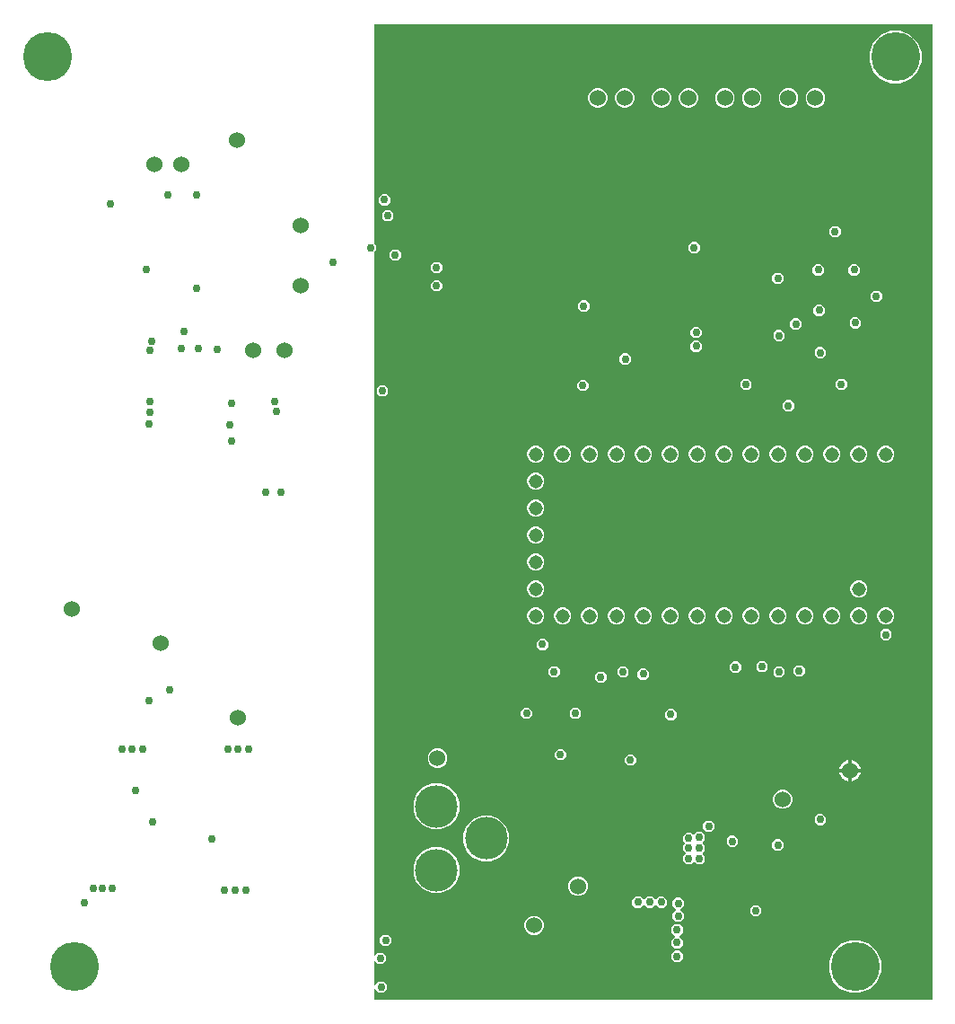
<source format=gbr>
G04 EAGLE Gerber RS-274X export*
G75*
%MOMM*%
%FSLAX34Y34*%
%LPD*%
%INEAGLE Copper Layer 15*%
%IPPOS*%
%AMOC8*
5,1,8,0,0,1.08239X$1,22.5*%
G01*
%ADD10C,4.013200*%
%ADD11C,1.524000*%
%ADD12C,1.308000*%
%ADD13C,4.616000*%
%ADD14C,0.756400*%

G36*
X885098Y10164D02*
X885098Y10164D01*
X885117Y10162D01*
X885219Y10184D01*
X885321Y10200D01*
X885338Y10210D01*
X885358Y10214D01*
X885447Y10267D01*
X885538Y10316D01*
X885552Y10330D01*
X885569Y10340D01*
X885636Y10419D01*
X885708Y10494D01*
X885716Y10512D01*
X885729Y10527D01*
X885768Y10623D01*
X885811Y10717D01*
X885813Y10737D01*
X885821Y10755D01*
X885839Y10922D01*
X885839Y929078D01*
X885836Y929098D01*
X885838Y929117D01*
X885816Y929219D01*
X885800Y929321D01*
X885790Y929338D01*
X885786Y929358D01*
X885733Y929447D01*
X885684Y929538D01*
X885670Y929552D01*
X885660Y929569D01*
X885581Y929636D01*
X885506Y929708D01*
X885488Y929716D01*
X885473Y929729D01*
X885377Y929768D01*
X885283Y929811D01*
X885263Y929813D01*
X885245Y929821D01*
X885078Y929839D01*
X360000Y929839D01*
X359980Y929836D01*
X359961Y929838D01*
X359859Y929816D01*
X359757Y929800D01*
X359740Y929790D01*
X359720Y929786D01*
X359631Y929733D01*
X359540Y929684D01*
X359526Y929670D01*
X359509Y929660D01*
X359442Y929581D01*
X359371Y929506D01*
X359362Y929488D01*
X359349Y929473D01*
X359310Y929377D01*
X359267Y929283D01*
X359265Y929263D01*
X359257Y929245D01*
X359239Y929078D01*
X359239Y723581D01*
X359254Y723491D01*
X359261Y723400D01*
X359273Y723371D01*
X359279Y723339D01*
X359321Y723258D01*
X359357Y723174D01*
X359383Y723142D01*
X359394Y723121D01*
X359417Y723099D01*
X359462Y723043D01*
X361307Y721198D01*
X361307Y716802D01*
X359462Y714957D01*
X359409Y714883D01*
X359349Y714813D01*
X359337Y714783D01*
X359318Y714757D01*
X359291Y714670D01*
X359257Y714585D01*
X359253Y714544D01*
X359246Y714522D01*
X359247Y714490D01*
X359239Y714419D01*
X359239Y52581D01*
X359250Y52511D01*
X359252Y52439D01*
X359270Y52390D01*
X359279Y52339D01*
X359312Y52275D01*
X359337Y52208D01*
X359369Y52167D01*
X359394Y52121D01*
X359446Y52072D01*
X359490Y52016D01*
X359534Y51988D01*
X359572Y51952D01*
X359637Y51922D01*
X359697Y51883D01*
X359748Y51870D01*
X359795Y51848D01*
X359866Y51840D01*
X359936Y51823D01*
X359988Y51827D01*
X360039Y51821D01*
X360110Y51836D01*
X360181Y51842D01*
X360229Y51862D01*
X360280Y51873D01*
X360341Y51910D01*
X360407Y51938D01*
X360463Y51983D01*
X360491Y52000D01*
X360506Y52017D01*
X360538Y52043D01*
X362802Y54307D01*
X367198Y54307D01*
X370307Y51198D01*
X370307Y46802D01*
X367198Y43693D01*
X362802Y43693D01*
X360538Y45957D01*
X360480Y45999D01*
X360428Y46048D01*
X360381Y46070D01*
X360339Y46100D01*
X360270Y46121D01*
X360205Y46152D01*
X360153Y46157D01*
X360103Y46173D01*
X360032Y46171D01*
X359961Y46179D01*
X359910Y46168D01*
X359858Y46166D01*
X359790Y46142D01*
X359720Y46127D01*
X359676Y46100D01*
X359627Y46082D01*
X359571Y46037D01*
X359509Y46000D01*
X359475Y45961D01*
X359435Y45928D01*
X359396Y45868D01*
X359349Y45813D01*
X359330Y45765D01*
X359302Y45721D01*
X359284Y45652D01*
X359257Y45585D01*
X359249Y45514D01*
X359241Y45483D01*
X359243Y45460D01*
X359239Y45419D01*
X359239Y24581D01*
X359250Y24511D01*
X359252Y24439D01*
X359270Y24390D01*
X359279Y24339D01*
X359312Y24275D01*
X359337Y24208D01*
X359369Y24167D01*
X359394Y24121D01*
X359446Y24072D01*
X359490Y24016D01*
X359534Y23988D01*
X359572Y23952D01*
X359637Y23922D01*
X359697Y23883D01*
X359748Y23870D01*
X359795Y23848D01*
X359866Y23840D01*
X359936Y23823D01*
X359988Y23827D01*
X360039Y23821D01*
X360110Y23836D01*
X360181Y23842D01*
X360229Y23862D01*
X360280Y23873D01*
X360341Y23910D01*
X360407Y23938D01*
X360463Y23983D01*
X360491Y24000D01*
X360506Y24017D01*
X360538Y24043D01*
X363802Y27307D01*
X368198Y27307D01*
X371307Y24198D01*
X371307Y19802D01*
X368198Y16693D01*
X363802Y16693D01*
X360538Y19957D01*
X360480Y19999D01*
X360428Y20048D01*
X360381Y20070D01*
X360339Y20100D01*
X360270Y20121D01*
X360205Y20152D01*
X360153Y20157D01*
X360103Y20173D01*
X360032Y20171D01*
X359961Y20179D01*
X359910Y20168D01*
X359858Y20166D01*
X359790Y20142D01*
X359720Y20127D01*
X359676Y20100D01*
X359627Y20082D01*
X359571Y20037D01*
X359509Y20000D01*
X359475Y19961D01*
X359435Y19928D01*
X359396Y19868D01*
X359349Y19813D01*
X359330Y19765D01*
X359302Y19721D01*
X359284Y19652D01*
X359257Y19585D01*
X359249Y19514D01*
X359241Y19483D01*
X359243Y19460D01*
X359239Y19419D01*
X359239Y10922D01*
X359242Y10902D01*
X359240Y10883D01*
X359262Y10781D01*
X359279Y10679D01*
X359288Y10662D01*
X359292Y10642D01*
X359345Y10553D01*
X359394Y10462D01*
X359408Y10448D01*
X359418Y10431D01*
X359497Y10364D01*
X359572Y10292D01*
X359590Y10284D01*
X359605Y10271D01*
X359701Y10232D01*
X359795Y10189D01*
X359815Y10187D01*
X359833Y10179D01*
X360000Y10161D01*
X885078Y10161D01*
X885098Y10164D01*
G37*
%LPC*%
G36*
X846006Y873995D02*
X846006Y873995D01*
X836963Y877741D01*
X830041Y884663D01*
X826295Y893706D01*
X826295Y903494D01*
X830041Y912537D01*
X836963Y919459D01*
X846006Y923205D01*
X855794Y923205D01*
X864837Y919459D01*
X871759Y912537D01*
X875505Y903494D01*
X875505Y893706D01*
X871759Y884663D01*
X864837Y877741D01*
X855794Y873995D01*
X846006Y873995D01*
G37*
%LPD*%
%LPC*%
G36*
X807906Y16695D02*
X807906Y16695D01*
X798863Y20441D01*
X791941Y27363D01*
X788195Y36406D01*
X788195Y46194D01*
X791941Y55237D01*
X798863Y62159D01*
X807906Y65905D01*
X817694Y65905D01*
X826737Y62159D01*
X833659Y55237D01*
X837405Y46194D01*
X837405Y36406D01*
X833659Y27363D01*
X826737Y20441D01*
X817694Y16695D01*
X807906Y16695D01*
G37*
%LPD*%
%LPC*%
G36*
X460505Y140609D02*
X460505Y140609D01*
X452570Y143896D01*
X446496Y149970D01*
X443209Y157905D01*
X443209Y166495D01*
X446496Y174430D01*
X452570Y180504D01*
X460505Y183791D01*
X469095Y183791D01*
X477030Y180504D01*
X483104Y174430D01*
X486391Y166495D01*
X486391Y157905D01*
X483104Y149970D01*
X477030Y143896D01*
X469095Y140609D01*
X460505Y140609D01*
G37*
%LPD*%
%LPC*%
G36*
X413505Y170609D02*
X413505Y170609D01*
X405570Y173896D01*
X399496Y179970D01*
X396209Y187905D01*
X396209Y196495D01*
X399496Y204430D01*
X405570Y210504D01*
X413505Y213791D01*
X422095Y213791D01*
X430030Y210504D01*
X436104Y204430D01*
X439391Y196495D01*
X439391Y187905D01*
X436104Y179970D01*
X430030Y173896D01*
X422095Y170609D01*
X413505Y170609D01*
G37*
%LPD*%
%LPC*%
G36*
X413505Y110609D02*
X413505Y110609D01*
X405570Y113896D01*
X399496Y119970D01*
X396209Y127905D01*
X396209Y136495D01*
X399496Y144430D01*
X405570Y150504D01*
X413505Y153791D01*
X422095Y153791D01*
X430030Y150504D01*
X436104Y144430D01*
X439391Y136495D01*
X439391Y127905D01*
X436104Y119970D01*
X430030Y113896D01*
X422095Y110609D01*
X413505Y110609D01*
G37*
%LPD*%
%LPC*%
G36*
X653802Y137693D02*
X653802Y137693D01*
X650693Y140802D01*
X650693Y145198D01*
X652957Y147462D01*
X652968Y147478D01*
X652984Y147490D01*
X653040Y147578D01*
X653100Y147661D01*
X653106Y147680D01*
X653117Y147697D01*
X653142Y147798D01*
X653173Y147897D01*
X653172Y147916D01*
X653177Y147936D01*
X653169Y148039D01*
X653166Y148142D01*
X653160Y148161D01*
X653158Y148181D01*
X653118Y148276D01*
X653082Y148373D01*
X653069Y148389D01*
X653062Y148407D01*
X652957Y148538D01*
X650693Y150802D01*
X650693Y155198D01*
X652457Y156962D01*
X652468Y156978D01*
X652484Y156990D01*
X652540Y157078D01*
X652600Y157161D01*
X652606Y157180D01*
X652617Y157197D01*
X652642Y157298D01*
X652673Y157397D01*
X652672Y157416D01*
X652677Y157436D01*
X652669Y157539D01*
X652666Y157642D01*
X652660Y157661D01*
X652658Y157681D01*
X652618Y157776D01*
X652582Y157873D01*
X652569Y157889D01*
X652562Y157907D01*
X652457Y158038D01*
X650693Y159802D01*
X650693Y164198D01*
X653802Y167307D01*
X658198Y167307D01*
X659962Y165543D01*
X659978Y165532D01*
X659990Y165516D01*
X660078Y165460D01*
X660161Y165400D01*
X660180Y165394D01*
X660197Y165383D01*
X660298Y165358D01*
X660397Y165327D01*
X660416Y165328D01*
X660436Y165323D01*
X660539Y165331D01*
X660642Y165334D01*
X660661Y165340D01*
X660681Y165342D01*
X660776Y165382D01*
X660873Y165418D01*
X660889Y165431D01*
X660907Y165438D01*
X661038Y165543D01*
X663802Y168307D01*
X668198Y168307D01*
X671307Y165198D01*
X671307Y160802D01*
X669043Y158538D01*
X669032Y158522D01*
X669016Y158510D01*
X668960Y158422D01*
X668900Y158339D01*
X668894Y158320D01*
X668883Y158303D01*
X668858Y158202D01*
X668827Y158103D01*
X668828Y158084D01*
X668823Y158064D01*
X668831Y157961D01*
X668834Y157858D01*
X668840Y157839D01*
X668842Y157819D01*
X668882Y157724D01*
X668918Y157627D01*
X668931Y157611D01*
X668938Y157593D01*
X669043Y157462D01*
X671307Y155198D01*
X671307Y150802D01*
X669043Y148538D01*
X669032Y148522D01*
X669016Y148510D01*
X668960Y148422D01*
X668900Y148339D01*
X668894Y148320D01*
X668883Y148303D01*
X668858Y148202D01*
X668827Y148103D01*
X668828Y148084D01*
X668823Y148064D01*
X668831Y147961D01*
X668834Y147858D01*
X668840Y147839D01*
X668842Y147819D01*
X668882Y147724D01*
X668918Y147627D01*
X668931Y147611D01*
X668938Y147593D01*
X669043Y147462D01*
X671307Y145198D01*
X671307Y140802D01*
X668198Y137693D01*
X663802Y137693D01*
X661538Y139957D01*
X661522Y139968D01*
X661510Y139984D01*
X661422Y140040D01*
X661339Y140100D01*
X661320Y140106D01*
X661303Y140117D01*
X661202Y140142D01*
X661103Y140173D01*
X661084Y140172D01*
X661064Y140177D01*
X660961Y140169D01*
X660858Y140166D01*
X660839Y140160D01*
X660819Y140158D01*
X660724Y140118D01*
X660627Y140082D01*
X660611Y140069D01*
X660593Y140062D01*
X660462Y139957D01*
X658198Y137693D01*
X653802Y137693D01*
G37*
%LPD*%
%LPC*%
G36*
X605802Y96693D02*
X605802Y96693D01*
X602693Y99802D01*
X602693Y104198D01*
X605802Y107307D01*
X610198Y107307D01*
X612962Y104543D01*
X612978Y104532D01*
X612990Y104516D01*
X613078Y104460D01*
X613161Y104400D01*
X613180Y104394D01*
X613197Y104383D01*
X613298Y104358D01*
X613397Y104327D01*
X613416Y104328D01*
X613436Y104323D01*
X613539Y104331D01*
X613642Y104334D01*
X613661Y104340D01*
X613681Y104342D01*
X613776Y104382D01*
X613873Y104418D01*
X613889Y104431D01*
X613907Y104438D01*
X614038Y104543D01*
X616802Y107307D01*
X621198Y107307D01*
X623962Y104543D01*
X623978Y104532D01*
X623990Y104516D01*
X624078Y104460D01*
X624161Y104400D01*
X624180Y104394D01*
X624197Y104383D01*
X624298Y104358D01*
X624397Y104327D01*
X624416Y104328D01*
X624436Y104323D01*
X624539Y104331D01*
X624642Y104334D01*
X624661Y104340D01*
X624681Y104342D01*
X624776Y104382D01*
X624873Y104418D01*
X624889Y104431D01*
X624907Y104438D01*
X625038Y104543D01*
X627802Y107307D01*
X632198Y107307D01*
X635307Y104198D01*
X635307Y99802D01*
X632198Y96693D01*
X627802Y96693D01*
X625038Y99457D01*
X625022Y99468D01*
X625010Y99484D01*
X624922Y99540D01*
X624839Y99600D01*
X624820Y99606D01*
X624803Y99617D01*
X624702Y99642D01*
X624603Y99673D01*
X624584Y99672D01*
X624564Y99677D01*
X624461Y99669D01*
X624358Y99666D01*
X624339Y99660D01*
X624319Y99658D01*
X624224Y99618D01*
X624127Y99582D01*
X624111Y99569D01*
X624093Y99562D01*
X623962Y99457D01*
X621198Y96693D01*
X616802Y96693D01*
X614038Y99457D01*
X614022Y99468D01*
X614010Y99484D01*
X613922Y99540D01*
X613839Y99600D01*
X613820Y99606D01*
X613803Y99617D01*
X613702Y99642D01*
X613603Y99673D01*
X613584Y99672D01*
X613564Y99677D01*
X613461Y99669D01*
X613358Y99666D01*
X613339Y99660D01*
X613319Y99658D01*
X613224Y99618D01*
X613127Y99582D01*
X613111Y99569D01*
X613093Y99562D01*
X612962Y99457D01*
X610198Y96693D01*
X605802Y96693D01*
G37*
%LPD*%
%LPC*%
G36*
X628181Y850855D02*
X628181Y850855D01*
X624820Y852247D01*
X622247Y854820D01*
X620855Y858181D01*
X620855Y861819D01*
X622247Y865180D01*
X624820Y867753D01*
X628181Y869145D01*
X631819Y869145D01*
X635180Y867753D01*
X637753Y865180D01*
X639145Y861819D01*
X639145Y858181D01*
X637753Y854820D01*
X635180Y852247D01*
X631819Y850855D01*
X628181Y850855D01*
G37*
%LPD*%
%LPC*%
G36*
X568181Y850855D02*
X568181Y850855D01*
X564820Y852247D01*
X562247Y854820D01*
X560855Y858181D01*
X560855Y861819D01*
X562247Y865180D01*
X564820Y867753D01*
X568181Y869145D01*
X571819Y869145D01*
X575180Y867753D01*
X577753Y865180D01*
X579145Y861819D01*
X579145Y858181D01*
X577753Y854820D01*
X575180Y852247D01*
X571819Y850855D01*
X568181Y850855D01*
G37*
%LPD*%
%LPC*%
G36*
X417181Y228855D02*
X417181Y228855D01*
X413820Y230247D01*
X411247Y232820D01*
X409855Y236181D01*
X409855Y239819D01*
X411247Y243180D01*
X413820Y245753D01*
X417181Y247145D01*
X420819Y247145D01*
X424180Y245753D01*
X426753Y243180D01*
X428145Y239819D01*
X428145Y236181D01*
X426753Y232820D01*
X424180Y230247D01*
X420819Y228855D01*
X417181Y228855D01*
G37*
%LPD*%
%LPC*%
G36*
X773581Y850855D02*
X773581Y850855D01*
X770220Y852247D01*
X767647Y854820D01*
X766255Y858181D01*
X766255Y861819D01*
X767647Y865180D01*
X770220Y867753D01*
X773581Y869145D01*
X777219Y869145D01*
X780580Y867753D01*
X783153Y865180D01*
X784545Y861819D01*
X784545Y858181D01*
X783153Y854820D01*
X780580Y852247D01*
X777219Y850855D01*
X773581Y850855D01*
G37*
%LPD*%
%LPC*%
G36*
X742981Y189955D02*
X742981Y189955D01*
X739620Y191347D01*
X737047Y193920D01*
X735655Y197281D01*
X735655Y200919D01*
X737047Y204280D01*
X739620Y206853D01*
X742981Y208245D01*
X746619Y208245D01*
X749980Y206853D01*
X752553Y204280D01*
X753945Y200919D01*
X753945Y197281D01*
X752553Y193920D01*
X749980Y191347D01*
X746619Y189955D01*
X742981Y189955D01*
G37*
%LPD*%
%LPC*%
G36*
X713581Y850855D02*
X713581Y850855D01*
X710220Y852247D01*
X707647Y854820D01*
X706255Y858181D01*
X706255Y861819D01*
X707647Y865180D01*
X710220Y867753D01*
X713581Y869145D01*
X717219Y869145D01*
X720580Y867753D01*
X723153Y865180D01*
X724545Y861819D01*
X724545Y858181D01*
X723153Y854820D01*
X720580Y852247D01*
X717219Y850855D01*
X713581Y850855D01*
G37*
%LPD*%
%LPC*%
G36*
X508181Y70855D02*
X508181Y70855D01*
X504820Y72247D01*
X502247Y74820D01*
X500855Y78181D01*
X500855Y81819D01*
X502247Y85180D01*
X504820Y87753D01*
X508181Y89145D01*
X511819Y89145D01*
X515180Y87753D01*
X517753Y85180D01*
X519145Y81819D01*
X519145Y78181D01*
X517753Y74820D01*
X515180Y72247D01*
X511819Y70855D01*
X508181Y70855D01*
G37*
%LPD*%
%LPC*%
G36*
X549881Y107955D02*
X549881Y107955D01*
X546520Y109347D01*
X543947Y111920D01*
X542555Y115281D01*
X542555Y118919D01*
X543947Y122280D01*
X546520Y124853D01*
X549881Y126245D01*
X553519Y126245D01*
X556880Y124853D01*
X559453Y122280D01*
X560845Y118919D01*
X560845Y115281D01*
X559453Y111920D01*
X556880Y109347D01*
X553519Y107955D01*
X549881Y107955D01*
G37*
%LPD*%
%LPC*%
G36*
X688181Y850855D02*
X688181Y850855D01*
X684820Y852247D01*
X682247Y854820D01*
X680855Y858181D01*
X680855Y861819D01*
X682247Y865180D01*
X684820Y867753D01*
X688181Y869145D01*
X691819Y869145D01*
X695180Y867753D01*
X697753Y865180D01*
X699145Y861819D01*
X699145Y858181D01*
X697753Y854820D01*
X695180Y852247D01*
X691819Y850855D01*
X688181Y850855D01*
G37*
%LPD*%
%LPC*%
G36*
X748181Y850855D02*
X748181Y850855D01*
X744820Y852247D01*
X742247Y854820D01*
X740855Y858181D01*
X740855Y861819D01*
X742247Y865180D01*
X744820Y867753D01*
X748181Y869145D01*
X751819Y869145D01*
X755180Y867753D01*
X757753Y865180D01*
X759145Y861819D01*
X759145Y858181D01*
X757753Y854820D01*
X755180Y852247D01*
X751819Y850855D01*
X748181Y850855D01*
G37*
%LPD*%
%LPC*%
G36*
X593581Y850855D02*
X593581Y850855D01*
X590220Y852247D01*
X587647Y854820D01*
X586255Y858181D01*
X586255Y861819D01*
X587647Y865180D01*
X590220Y867753D01*
X593581Y869145D01*
X597219Y869145D01*
X600580Y867753D01*
X603153Y865180D01*
X604545Y861819D01*
X604545Y858181D01*
X603153Y854820D01*
X600580Y852247D01*
X597219Y850855D01*
X593581Y850855D01*
G37*
%LPD*%
%LPC*%
G36*
X653581Y850855D02*
X653581Y850855D01*
X650220Y852247D01*
X647647Y854820D01*
X646255Y858181D01*
X646255Y861819D01*
X647647Y865180D01*
X650220Y867753D01*
X653581Y869145D01*
X657219Y869145D01*
X660580Y867753D01*
X663153Y865180D01*
X664545Y861819D01*
X664545Y858181D01*
X663153Y854820D01*
X660580Y852247D01*
X657219Y850855D01*
X653581Y850855D01*
G37*
%LPD*%
%LPC*%
G36*
X839996Y363835D02*
X839996Y363835D01*
X837032Y365063D01*
X834763Y367332D01*
X833535Y370296D01*
X833535Y373504D01*
X834763Y376468D01*
X837032Y378737D01*
X839996Y379965D01*
X843204Y379965D01*
X846168Y378737D01*
X848437Y376468D01*
X849665Y373504D01*
X849665Y370296D01*
X848437Y367332D01*
X846168Y365063D01*
X843204Y363835D01*
X839996Y363835D01*
G37*
%LPD*%
%LPC*%
G36*
X509796Y363835D02*
X509796Y363835D01*
X506832Y365063D01*
X504563Y367332D01*
X503335Y370296D01*
X503335Y373504D01*
X504563Y376468D01*
X506832Y378737D01*
X509796Y379965D01*
X513004Y379965D01*
X515968Y378737D01*
X518237Y376468D01*
X519465Y373504D01*
X519465Y370296D01*
X518237Y367332D01*
X515968Y365063D01*
X513004Y363835D01*
X509796Y363835D01*
G37*
%LPD*%
%LPC*%
G36*
X814596Y389235D02*
X814596Y389235D01*
X811632Y390463D01*
X809363Y392732D01*
X808135Y395696D01*
X808135Y398904D01*
X809363Y401868D01*
X811632Y404137D01*
X814596Y405365D01*
X817804Y405365D01*
X820768Y404137D01*
X823037Y401868D01*
X824265Y398904D01*
X824265Y395696D01*
X823037Y392732D01*
X820768Y390463D01*
X817804Y389235D01*
X814596Y389235D01*
G37*
%LPD*%
%LPC*%
G36*
X509796Y414635D02*
X509796Y414635D01*
X506832Y415863D01*
X504563Y418132D01*
X503335Y421096D01*
X503335Y424304D01*
X504563Y427268D01*
X506832Y429537D01*
X509796Y430765D01*
X513004Y430765D01*
X515968Y429537D01*
X518237Y427268D01*
X519465Y424304D01*
X519465Y421096D01*
X518237Y418132D01*
X515968Y415863D01*
X513004Y414635D01*
X509796Y414635D01*
G37*
%LPD*%
%LPC*%
G36*
X509796Y440035D02*
X509796Y440035D01*
X506832Y441263D01*
X504563Y443532D01*
X503335Y446496D01*
X503335Y449704D01*
X504563Y452668D01*
X506832Y454937D01*
X509796Y456165D01*
X513004Y456165D01*
X515968Y454937D01*
X518237Y452668D01*
X519465Y449704D01*
X519465Y446496D01*
X518237Y443532D01*
X515968Y441263D01*
X513004Y440035D01*
X509796Y440035D01*
G37*
%LPD*%
%LPC*%
G36*
X509796Y465435D02*
X509796Y465435D01*
X506832Y466663D01*
X504563Y468932D01*
X503335Y471896D01*
X503335Y475104D01*
X504563Y478068D01*
X506832Y480337D01*
X509796Y481565D01*
X513004Y481565D01*
X515968Y480337D01*
X518237Y478068D01*
X519465Y475104D01*
X519465Y471896D01*
X518237Y468932D01*
X515968Y466663D01*
X513004Y465435D01*
X509796Y465435D01*
G37*
%LPD*%
%LPC*%
G36*
X509796Y490835D02*
X509796Y490835D01*
X506832Y492063D01*
X504563Y494332D01*
X503335Y497296D01*
X503335Y500504D01*
X504563Y503468D01*
X506832Y505737D01*
X509796Y506965D01*
X513004Y506965D01*
X515968Y505737D01*
X518237Y503468D01*
X519465Y500504D01*
X519465Y497296D01*
X518237Y494332D01*
X515968Y492063D01*
X513004Y490835D01*
X509796Y490835D01*
G37*
%LPD*%
%LPC*%
G36*
X509796Y516235D02*
X509796Y516235D01*
X506832Y517463D01*
X504563Y519732D01*
X503335Y522696D01*
X503335Y525904D01*
X504563Y528868D01*
X506832Y531137D01*
X509796Y532365D01*
X513004Y532365D01*
X515968Y531137D01*
X518237Y528868D01*
X519465Y525904D01*
X519465Y522696D01*
X518237Y519732D01*
X515968Y517463D01*
X513004Y516235D01*
X509796Y516235D01*
G37*
%LPD*%
%LPC*%
G36*
X535196Y516235D02*
X535196Y516235D01*
X532232Y517463D01*
X529963Y519732D01*
X528735Y522696D01*
X528735Y525904D01*
X529963Y528868D01*
X532232Y531137D01*
X535196Y532365D01*
X538404Y532365D01*
X541368Y531137D01*
X543637Y528868D01*
X544865Y525904D01*
X544865Y522696D01*
X543637Y519732D01*
X541368Y517463D01*
X538404Y516235D01*
X535196Y516235D01*
G37*
%LPD*%
%LPC*%
G36*
X560596Y516235D02*
X560596Y516235D01*
X557632Y517463D01*
X555363Y519732D01*
X554135Y522696D01*
X554135Y525904D01*
X555363Y528868D01*
X557632Y531137D01*
X560596Y532365D01*
X563804Y532365D01*
X566768Y531137D01*
X569037Y528868D01*
X570265Y525904D01*
X570265Y522696D01*
X569037Y519732D01*
X566768Y517463D01*
X563804Y516235D01*
X560596Y516235D01*
G37*
%LPD*%
%LPC*%
G36*
X509796Y389235D02*
X509796Y389235D01*
X506832Y390463D01*
X504563Y392732D01*
X503335Y395696D01*
X503335Y398904D01*
X504563Y401868D01*
X506832Y404137D01*
X509796Y405365D01*
X513004Y405365D01*
X515968Y404137D01*
X518237Y401868D01*
X519465Y398904D01*
X519465Y395696D01*
X518237Y392732D01*
X515968Y390463D01*
X513004Y389235D01*
X509796Y389235D01*
G37*
%LPD*%
%LPC*%
G36*
X585996Y516235D02*
X585996Y516235D01*
X583032Y517463D01*
X580763Y519732D01*
X579535Y522696D01*
X579535Y525904D01*
X580763Y528868D01*
X583032Y531137D01*
X585996Y532365D01*
X589204Y532365D01*
X592168Y531137D01*
X594437Y528868D01*
X595665Y525904D01*
X595665Y522696D01*
X594437Y519732D01*
X592168Y517463D01*
X589204Y516235D01*
X585996Y516235D01*
G37*
%LPD*%
%LPC*%
G36*
X535196Y363835D02*
X535196Y363835D01*
X532232Y365063D01*
X529963Y367332D01*
X528735Y370296D01*
X528735Y373504D01*
X529963Y376468D01*
X532232Y378737D01*
X535196Y379965D01*
X538404Y379965D01*
X541368Y378737D01*
X543637Y376468D01*
X544865Y373504D01*
X544865Y370296D01*
X543637Y367332D01*
X541368Y365063D01*
X538404Y363835D01*
X535196Y363835D01*
G37*
%LPD*%
%LPC*%
G36*
X763796Y363835D02*
X763796Y363835D01*
X760832Y365063D01*
X758563Y367332D01*
X757335Y370296D01*
X757335Y373504D01*
X758563Y376468D01*
X760832Y378737D01*
X763796Y379965D01*
X767004Y379965D01*
X769968Y378737D01*
X772237Y376468D01*
X773465Y373504D01*
X773465Y370296D01*
X772237Y367332D01*
X769968Y365063D01*
X767004Y363835D01*
X763796Y363835D01*
G37*
%LPD*%
%LPC*%
G36*
X712996Y363835D02*
X712996Y363835D01*
X710032Y365063D01*
X707763Y367332D01*
X706535Y370296D01*
X706535Y373504D01*
X707763Y376468D01*
X710032Y378737D01*
X712996Y379965D01*
X716204Y379965D01*
X719168Y378737D01*
X721437Y376468D01*
X722665Y373504D01*
X722665Y370296D01*
X721437Y367332D01*
X719168Y365063D01*
X716204Y363835D01*
X712996Y363835D01*
G37*
%LPD*%
%LPC*%
G36*
X789196Y363835D02*
X789196Y363835D01*
X786232Y365063D01*
X783963Y367332D01*
X782735Y370296D01*
X782735Y373504D01*
X783963Y376468D01*
X786232Y378737D01*
X789196Y379965D01*
X792404Y379965D01*
X795368Y378737D01*
X797637Y376468D01*
X798865Y373504D01*
X798865Y370296D01*
X797637Y367332D01*
X795368Y365063D01*
X792404Y363835D01*
X789196Y363835D01*
G37*
%LPD*%
%LPC*%
G36*
X814596Y363835D02*
X814596Y363835D01*
X811632Y365063D01*
X809363Y367332D01*
X808135Y370296D01*
X808135Y373504D01*
X809363Y376468D01*
X811632Y378737D01*
X814596Y379965D01*
X817804Y379965D01*
X820768Y378737D01*
X823037Y376468D01*
X824265Y373504D01*
X824265Y370296D01*
X823037Y367332D01*
X820768Y365063D01*
X817804Y363835D01*
X814596Y363835D01*
G37*
%LPD*%
%LPC*%
G36*
X662196Y363835D02*
X662196Y363835D01*
X659232Y365063D01*
X656963Y367332D01*
X655735Y370296D01*
X655735Y373504D01*
X656963Y376468D01*
X659232Y378737D01*
X662196Y379965D01*
X665404Y379965D01*
X668368Y378737D01*
X670637Y376468D01*
X671865Y373504D01*
X671865Y370296D01*
X670637Y367332D01*
X668368Y365063D01*
X665404Y363835D01*
X662196Y363835D01*
G37*
%LPD*%
%LPC*%
G36*
X636796Y363835D02*
X636796Y363835D01*
X633832Y365063D01*
X631563Y367332D01*
X630335Y370296D01*
X630335Y373504D01*
X631563Y376468D01*
X633832Y378737D01*
X636796Y379965D01*
X640004Y379965D01*
X642968Y378737D01*
X645237Y376468D01*
X646465Y373504D01*
X646465Y370296D01*
X645237Y367332D01*
X642968Y365063D01*
X640004Y363835D01*
X636796Y363835D01*
G37*
%LPD*%
%LPC*%
G36*
X611396Y363835D02*
X611396Y363835D01*
X608432Y365063D01*
X606163Y367332D01*
X604935Y370296D01*
X604935Y373504D01*
X606163Y376468D01*
X608432Y378737D01*
X611396Y379965D01*
X614604Y379965D01*
X617568Y378737D01*
X619837Y376468D01*
X621065Y373504D01*
X621065Y370296D01*
X619837Y367332D01*
X617568Y365063D01*
X614604Y363835D01*
X611396Y363835D01*
G37*
%LPD*%
%LPC*%
G36*
X585996Y363835D02*
X585996Y363835D01*
X583032Y365063D01*
X580763Y367332D01*
X579535Y370296D01*
X579535Y373504D01*
X580763Y376468D01*
X583032Y378737D01*
X585996Y379965D01*
X589204Y379965D01*
X592168Y378737D01*
X594437Y376468D01*
X595665Y373504D01*
X595665Y370296D01*
X594437Y367332D01*
X592168Y365063D01*
X589204Y363835D01*
X585996Y363835D01*
G37*
%LPD*%
%LPC*%
G36*
X560596Y363835D02*
X560596Y363835D01*
X557632Y365063D01*
X555363Y367332D01*
X554135Y370296D01*
X554135Y373504D01*
X555363Y376468D01*
X557632Y378737D01*
X560596Y379965D01*
X563804Y379965D01*
X566768Y378737D01*
X569037Y376468D01*
X570265Y373504D01*
X570265Y370296D01*
X569037Y367332D01*
X566768Y365063D01*
X563804Y363835D01*
X560596Y363835D01*
G37*
%LPD*%
%LPC*%
G36*
X738396Y363835D02*
X738396Y363835D01*
X735432Y365063D01*
X733163Y367332D01*
X731935Y370296D01*
X731935Y373504D01*
X733163Y376468D01*
X735432Y378737D01*
X738396Y379965D01*
X741604Y379965D01*
X744568Y378737D01*
X746837Y376468D01*
X748065Y373504D01*
X748065Y370296D01*
X746837Y367332D01*
X744568Y365063D01*
X741604Y363835D01*
X738396Y363835D01*
G37*
%LPD*%
%LPC*%
G36*
X687596Y363835D02*
X687596Y363835D01*
X684632Y365063D01*
X682363Y367332D01*
X681135Y370296D01*
X681135Y373504D01*
X682363Y376468D01*
X684632Y378737D01*
X687596Y379965D01*
X690804Y379965D01*
X693768Y378737D01*
X696037Y376468D01*
X697265Y373504D01*
X697265Y370296D01*
X696037Y367332D01*
X693768Y365063D01*
X690804Y363835D01*
X687596Y363835D01*
G37*
%LPD*%
%LPC*%
G36*
X636796Y516235D02*
X636796Y516235D01*
X633832Y517463D01*
X631563Y519732D01*
X630335Y522696D01*
X630335Y525904D01*
X631563Y528868D01*
X633832Y531137D01*
X636796Y532365D01*
X640004Y532365D01*
X642968Y531137D01*
X645237Y528868D01*
X646465Y525904D01*
X646465Y522696D01*
X645237Y519732D01*
X642968Y517463D01*
X640004Y516235D01*
X636796Y516235D01*
G37*
%LPD*%
%LPC*%
G36*
X611396Y516235D02*
X611396Y516235D01*
X608432Y517463D01*
X606163Y519732D01*
X604935Y522696D01*
X604935Y525904D01*
X606163Y528868D01*
X608432Y531137D01*
X611396Y532365D01*
X614604Y532365D01*
X617568Y531137D01*
X619837Y528868D01*
X621065Y525904D01*
X621065Y522696D01*
X619837Y519732D01*
X617568Y517463D01*
X614604Y516235D01*
X611396Y516235D01*
G37*
%LPD*%
%LPC*%
G36*
X839996Y516235D02*
X839996Y516235D01*
X837032Y517463D01*
X834763Y519732D01*
X833535Y522696D01*
X833535Y525904D01*
X834763Y528868D01*
X837032Y531137D01*
X839996Y532365D01*
X843204Y532365D01*
X846168Y531137D01*
X848437Y528868D01*
X849665Y525904D01*
X849665Y522696D01*
X848437Y519732D01*
X846168Y517463D01*
X843204Y516235D01*
X839996Y516235D01*
G37*
%LPD*%
%LPC*%
G36*
X814596Y516235D02*
X814596Y516235D01*
X811632Y517463D01*
X809363Y519732D01*
X808135Y522696D01*
X808135Y525904D01*
X809363Y528868D01*
X811632Y531137D01*
X814596Y532365D01*
X817804Y532365D01*
X820768Y531137D01*
X823037Y528868D01*
X824265Y525904D01*
X824265Y522696D01*
X823037Y519732D01*
X820768Y517463D01*
X817804Y516235D01*
X814596Y516235D01*
G37*
%LPD*%
%LPC*%
G36*
X789196Y516235D02*
X789196Y516235D01*
X786232Y517463D01*
X783963Y519732D01*
X782735Y522696D01*
X782735Y525904D01*
X783963Y528868D01*
X786232Y531137D01*
X789196Y532365D01*
X792404Y532365D01*
X795368Y531137D01*
X797637Y528868D01*
X798865Y525904D01*
X798865Y522696D01*
X797637Y519732D01*
X795368Y517463D01*
X792404Y516235D01*
X789196Y516235D01*
G37*
%LPD*%
%LPC*%
G36*
X763796Y516235D02*
X763796Y516235D01*
X760832Y517463D01*
X758563Y519732D01*
X757335Y522696D01*
X757335Y525904D01*
X758563Y528868D01*
X760832Y531137D01*
X763796Y532365D01*
X767004Y532365D01*
X769968Y531137D01*
X772237Y528868D01*
X773465Y525904D01*
X773465Y522696D01*
X772237Y519732D01*
X769968Y517463D01*
X767004Y516235D01*
X763796Y516235D01*
G37*
%LPD*%
%LPC*%
G36*
X738396Y516235D02*
X738396Y516235D01*
X735432Y517463D01*
X733163Y519732D01*
X731935Y522696D01*
X731935Y525904D01*
X733163Y528868D01*
X735432Y531137D01*
X738396Y532365D01*
X741604Y532365D01*
X744568Y531137D01*
X746837Y528868D01*
X748065Y525904D01*
X748065Y522696D01*
X746837Y519732D01*
X744568Y517463D01*
X741604Y516235D01*
X738396Y516235D01*
G37*
%LPD*%
%LPC*%
G36*
X712996Y516235D02*
X712996Y516235D01*
X710032Y517463D01*
X707763Y519732D01*
X706535Y522696D01*
X706535Y525904D01*
X707763Y528868D01*
X710032Y531137D01*
X712996Y532365D01*
X716204Y532365D01*
X719168Y531137D01*
X721437Y528868D01*
X722665Y525904D01*
X722665Y522696D01*
X721437Y519732D01*
X719168Y517463D01*
X716204Y516235D01*
X712996Y516235D01*
G37*
%LPD*%
%LPC*%
G36*
X687596Y516235D02*
X687596Y516235D01*
X684632Y517463D01*
X682363Y519732D01*
X681135Y522696D01*
X681135Y525904D01*
X682363Y528868D01*
X684632Y531137D01*
X687596Y532365D01*
X690804Y532365D01*
X693768Y531137D01*
X696037Y528868D01*
X697265Y525904D01*
X697265Y522696D01*
X696037Y519732D01*
X693768Y517463D01*
X690804Y516235D01*
X687596Y516235D01*
G37*
%LPD*%
%LPC*%
G36*
X662196Y516235D02*
X662196Y516235D01*
X659232Y517463D01*
X656963Y519732D01*
X655735Y522696D01*
X655735Y525904D01*
X656963Y528868D01*
X659232Y531137D01*
X662196Y532365D01*
X665404Y532365D01*
X668368Y531137D01*
X670637Y528868D01*
X671865Y525904D01*
X671865Y522696D01*
X670637Y519732D01*
X668368Y517463D01*
X665404Y516235D01*
X662196Y516235D01*
G37*
%LPD*%
%LPC*%
G36*
X643802Y83693D02*
X643802Y83693D01*
X640693Y86802D01*
X640693Y91198D01*
X643957Y94462D01*
X643968Y94478D01*
X643984Y94490D01*
X644040Y94578D01*
X644100Y94661D01*
X644106Y94680D01*
X644117Y94697D01*
X644142Y94798D01*
X644173Y94897D01*
X644172Y94916D01*
X644177Y94936D01*
X644169Y95039D01*
X644166Y95142D01*
X644160Y95161D01*
X644158Y95181D01*
X644118Y95276D01*
X644082Y95373D01*
X644069Y95389D01*
X644062Y95407D01*
X643957Y95538D01*
X640693Y98802D01*
X640693Y103198D01*
X643802Y106307D01*
X648198Y106307D01*
X651307Y103198D01*
X651307Y98802D01*
X648043Y95538D01*
X648032Y95522D01*
X648016Y95510D01*
X647960Y95422D01*
X647900Y95339D01*
X647894Y95320D01*
X647883Y95303D01*
X647858Y95202D01*
X647827Y95103D01*
X647828Y95084D01*
X647823Y95064D01*
X647831Y94961D01*
X647834Y94858D01*
X647840Y94839D01*
X647842Y94819D01*
X647882Y94724D01*
X647918Y94627D01*
X647931Y94611D01*
X647938Y94593D01*
X648043Y94462D01*
X651307Y91198D01*
X651307Y86802D01*
X648198Y83693D01*
X643802Y83693D01*
G37*
%LPD*%
%LPC*%
G36*
X642802Y58693D02*
X642802Y58693D01*
X639693Y61802D01*
X639693Y66198D01*
X642957Y69462D01*
X642968Y69478D01*
X642984Y69490D01*
X643040Y69578D01*
X643100Y69661D01*
X643106Y69680D01*
X643117Y69697D01*
X643142Y69798D01*
X643173Y69897D01*
X643172Y69916D01*
X643177Y69936D01*
X643169Y70039D01*
X643166Y70142D01*
X643160Y70161D01*
X643158Y70181D01*
X643118Y70276D01*
X643082Y70373D01*
X643069Y70389D01*
X643062Y70407D01*
X642957Y70538D01*
X639693Y73802D01*
X639693Y78198D01*
X642802Y81307D01*
X647198Y81307D01*
X650307Y78198D01*
X650307Y73802D01*
X647043Y70538D01*
X647032Y70522D01*
X647016Y70510D01*
X646960Y70422D01*
X646900Y70339D01*
X646894Y70320D01*
X646883Y70303D01*
X646858Y70202D01*
X646827Y70103D01*
X646828Y70084D01*
X646823Y70064D01*
X646831Y69961D01*
X646834Y69858D01*
X646840Y69839D01*
X646842Y69819D01*
X646882Y69724D01*
X646918Y69627D01*
X646931Y69611D01*
X646938Y69593D01*
X647043Y69462D01*
X650307Y66198D01*
X650307Y61802D01*
X647198Y58693D01*
X642802Y58693D01*
G37*
%LPD*%
%LPC*%
G36*
X809802Y692693D02*
X809802Y692693D01*
X806693Y695802D01*
X806693Y700198D01*
X809802Y703307D01*
X814198Y703307D01*
X817307Y700198D01*
X817307Y695802D01*
X814198Y692693D01*
X809802Y692693D01*
G37*
%LPD*%
%LPC*%
G36*
X546802Y274693D02*
X546802Y274693D01*
X543693Y277802D01*
X543693Y282198D01*
X546802Y285307D01*
X551198Y285307D01*
X554307Y282198D01*
X554307Y277802D01*
X551198Y274693D01*
X546802Y274693D01*
G37*
%LPD*%
%LPC*%
G36*
X777802Y174693D02*
X777802Y174693D01*
X774693Y177802D01*
X774693Y182198D01*
X777802Y185307D01*
X782198Y185307D01*
X785307Y182198D01*
X785307Y177802D01*
X782198Y174693D01*
X777802Y174693D01*
G37*
%LPD*%
%LPC*%
G36*
X775802Y692693D02*
X775802Y692693D01*
X772693Y695802D01*
X772693Y700198D01*
X775802Y703307D01*
X780198Y703307D01*
X783307Y700198D01*
X783307Y695802D01*
X780198Y692693D01*
X775802Y692693D01*
G37*
%LPD*%
%LPC*%
G36*
X737802Y684693D02*
X737802Y684693D01*
X734693Y687802D01*
X734693Y692198D01*
X737802Y695307D01*
X742198Y695307D01*
X745307Y692198D01*
X745307Y687802D01*
X742198Y684693D01*
X737802Y684693D01*
G37*
%LPD*%
%LPC*%
G36*
X598802Y230693D02*
X598802Y230693D01*
X595693Y233802D01*
X595693Y238198D01*
X598802Y241307D01*
X603198Y241307D01*
X606307Y238198D01*
X606307Y233802D01*
X603198Y230693D01*
X598802Y230693D01*
G37*
%LPD*%
%LPC*%
G36*
X532802Y235693D02*
X532802Y235693D01*
X529693Y238802D01*
X529693Y243198D01*
X532802Y246307D01*
X537198Y246307D01*
X540307Y243198D01*
X540307Y238802D01*
X537198Y235693D01*
X532802Y235693D01*
G37*
%LPD*%
%LPC*%
G36*
X415802Y677693D02*
X415802Y677693D01*
X412693Y680802D01*
X412693Y685198D01*
X415802Y688307D01*
X420198Y688307D01*
X423307Y685198D01*
X423307Y680802D01*
X420198Y677693D01*
X415802Y677693D01*
G37*
%LPD*%
%LPC*%
G36*
X636802Y273693D02*
X636802Y273693D01*
X633693Y276802D01*
X633693Y281198D01*
X636802Y284307D01*
X641198Y284307D01*
X644307Y281198D01*
X644307Y276802D01*
X641198Y273693D01*
X636802Y273693D01*
G37*
%LPD*%
%LPC*%
G36*
X500802Y274693D02*
X500802Y274693D01*
X497693Y277802D01*
X497693Y282198D01*
X500802Y285307D01*
X505198Y285307D01*
X508307Y282198D01*
X508307Y277802D01*
X505198Y274693D01*
X500802Y274693D01*
G37*
%LPD*%
%LPC*%
G36*
X642802Y45693D02*
X642802Y45693D01*
X639693Y48802D01*
X639693Y53198D01*
X642802Y56307D01*
X647198Y56307D01*
X650307Y53198D01*
X650307Y48802D01*
X647198Y45693D01*
X642802Y45693D01*
G37*
%LPD*%
%LPC*%
G36*
X672553Y168117D02*
X672553Y168117D01*
X669444Y171226D01*
X669444Y175622D01*
X672553Y178731D01*
X676949Y178731D01*
X680058Y175622D01*
X680058Y171226D01*
X676949Y168117D01*
X672553Y168117D01*
G37*
%LPD*%
%LPC*%
G36*
X415802Y694693D02*
X415802Y694693D01*
X412693Y697802D01*
X412693Y702198D01*
X415802Y705307D01*
X420198Y705307D01*
X423307Y702198D01*
X423307Y697802D01*
X420198Y694693D01*
X415802Y694693D01*
G37*
%LPD*%
%LPC*%
G36*
X694802Y153949D02*
X694802Y153949D01*
X691693Y157058D01*
X691693Y161454D01*
X694802Y164563D01*
X699198Y164563D01*
X702307Y161454D01*
X702307Y157058D01*
X699198Y153949D01*
X694802Y153949D01*
G37*
%LPD*%
%LPC*%
G36*
X737802Y150693D02*
X737802Y150693D01*
X734693Y153802D01*
X734693Y158198D01*
X737802Y161307D01*
X742198Y161307D01*
X745307Y158198D01*
X745307Y153802D01*
X742198Y150693D01*
X737802Y150693D01*
G37*
%LPD*%
%LPC*%
G36*
X376802Y706693D02*
X376802Y706693D01*
X373693Y709802D01*
X373693Y714198D01*
X376802Y717307D01*
X381198Y717307D01*
X384307Y714198D01*
X384307Y709802D01*
X381198Y706693D01*
X376802Y706693D01*
G37*
%LPD*%
%LPC*%
G36*
X658802Y713693D02*
X658802Y713693D01*
X655693Y716802D01*
X655693Y721198D01*
X658802Y724307D01*
X663198Y724307D01*
X666307Y721198D01*
X666307Y716802D01*
X663198Y713693D01*
X658802Y713693D01*
G37*
%LPD*%
%LPC*%
G36*
X791802Y728693D02*
X791802Y728693D01*
X788693Y731802D01*
X788693Y736198D01*
X791802Y739307D01*
X796198Y739307D01*
X799307Y736198D01*
X799307Y731802D01*
X796198Y728693D01*
X791802Y728693D01*
G37*
%LPD*%
%LPC*%
G36*
X716802Y88693D02*
X716802Y88693D01*
X713693Y91802D01*
X713693Y96198D01*
X716802Y99307D01*
X721198Y99307D01*
X724307Y96198D01*
X724307Y91802D01*
X721198Y88693D01*
X716802Y88693D01*
G37*
%LPD*%
%LPC*%
G36*
X369802Y743693D02*
X369802Y743693D01*
X366693Y746802D01*
X366693Y751198D01*
X369802Y754307D01*
X374198Y754307D01*
X377307Y751198D01*
X377307Y746802D01*
X374198Y743693D01*
X369802Y743693D01*
G37*
%LPD*%
%LPC*%
G36*
X367802Y60693D02*
X367802Y60693D01*
X364693Y63802D01*
X364693Y68198D01*
X367802Y71307D01*
X372198Y71307D01*
X375307Y68198D01*
X375307Y63802D01*
X372198Y60693D01*
X367802Y60693D01*
G37*
%LPD*%
%LPC*%
G36*
X366802Y758693D02*
X366802Y758693D01*
X363693Y761802D01*
X363693Y766198D01*
X366802Y769307D01*
X371198Y769307D01*
X374307Y766198D01*
X374307Y761802D01*
X371198Y758693D01*
X366802Y758693D01*
G37*
%LPD*%
%LPC*%
G36*
X830802Y667693D02*
X830802Y667693D01*
X827693Y670802D01*
X827693Y675198D01*
X830802Y678307D01*
X835198Y678307D01*
X838307Y675198D01*
X838307Y670802D01*
X835198Y667693D01*
X830802Y667693D01*
G37*
%LPD*%
%LPC*%
G36*
X747802Y564693D02*
X747802Y564693D01*
X744693Y567802D01*
X744693Y572198D01*
X747802Y575307D01*
X752198Y575307D01*
X755307Y572198D01*
X755307Y567802D01*
X752198Y564693D01*
X747802Y564693D01*
G37*
%LPD*%
%LPC*%
G36*
X364802Y578693D02*
X364802Y578693D01*
X361693Y581802D01*
X361693Y586198D01*
X364802Y589307D01*
X369198Y589307D01*
X372307Y586198D01*
X372307Y581802D01*
X369198Y578693D01*
X364802Y578693D01*
G37*
%LPD*%
%LPC*%
G36*
X553802Y583693D02*
X553802Y583693D01*
X550693Y586802D01*
X550693Y591198D01*
X553802Y594307D01*
X558198Y594307D01*
X561307Y591198D01*
X561307Y586802D01*
X558198Y583693D01*
X553802Y583693D01*
G37*
%LPD*%
%LPC*%
G36*
X707802Y584693D02*
X707802Y584693D01*
X704693Y587802D01*
X704693Y592198D01*
X707802Y595307D01*
X712198Y595307D01*
X715307Y592198D01*
X715307Y587802D01*
X712198Y584693D01*
X707802Y584693D01*
G37*
%LPD*%
%LPC*%
G36*
X797802Y584693D02*
X797802Y584693D01*
X794693Y587802D01*
X794693Y592198D01*
X797802Y595307D01*
X802198Y595307D01*
X805307Y592198D01*
X805307Y587802D01*
X802198Y584693D01*
X797802Y584693D01*
G37*
%LPD*%
%LPC*%
G36*
X593802Y608693D02*
X593802Y608693D01*
X590693Y611802D01*
X590693Y616198D01*
X593802Y619307D01*
X598198Y619307D01*
X601307Y616198D01*
X601307Y611802D01*
X598198Y608693D01*
X593802Y608693D01*
G37*
%LPD*%
%LPC*%
G36*
X777802Y614693D02*
X777802Y614693D01*
X774693Y617802D01*
X774693Y622198D01*
X777802Y625307D01*
X782198Y625307D01*
X785307Y622198D01*
X785307Y617802D01*
X782198Y614693D01*
X777802Y614693D01*
G37*
%LPD*%
%LPC*%
G36*
X660802Y620693D02*
X660802Y620693D01*
X657693Y623802D01*
X657693Y628198D01*
X660802Y631307D01*
X665198Y631307D01*
X668307Y628198D01*
X668307Y623802D01*
X665198Y620693D01*
X660802Y620693D01*
G37*
%LPD*%
%LPC*%
G36*
X738802Y630693D02*
X738802Y630693D01*
X735693Y633802D01*
X735693Y638198D01*
X738802Y641307D01*
X743198Y641307D01*
X746307Y638198D01*
X746307Y633802D01*
X743198Y630693D01*
X738802Y630693D01*
G37*
%LPD*%
%LPC*%
G36*
X660802Y633693D02*
X660802Y633693D01*
X657693Y636802D01*
X657693Y641198D01*
X660802Y644307D01*
X665198Y644307D01*
X668307Y641198D01*
X668307Y636802D01*
X665198Y633693D01*
X660802Y633693D01*
G37*
%LPD*%
%LPC*%
G36*
X754802Y641693D02*
X754802Y641693D01*
X751693Y644802D01*
X751693Y649198D01*
X754802Y652307D01*
X759198Y652307D01*
X762307Y649198D01*
X762307Y644802D01*
X759198Y641693D01*
X754802Y641693D01*
G37*
%LPD*%
%LPC*%
G36*
X810802Y642693D02*
X810802Y642693D01*
X807693Y645802D01*
X807693Y650198D01*
X810802Y653307D01*
X815198Y653307D01*
X818307Y650198D01*
X818307Y645802D01*
X815198Y642693D01*
X810802Y642693D01*
G37*
%LPD*%
%LPC*%
G36*
X776802Y654693D02*
X776802Y654693D01*
X773693Y657802D01*
X773693Y662198D01*
X776802Y665307D01*
X781198Y665307D01*
X784307Y662198D01*
X784307Y657802D01*
X781198Y654693D01*
X776802Y654693D01*
G37*
%LPD*%
%LPC*%
G36*
X554802Y658693D02*
X554802Y658693D01*
X551693Y661802D01*
X551693Y666198D01*
X554802Y669307D01*
X559198Y669307D01*
X562307Y666198D01*
X562307Y661802D01*
X559198Y658693D01*
X554802Y658693D01*
G37*
%LPD*%
%LPC*%
G36*
X570802Y308693D02*
X570802Y308693D01*
X567693Y311802D01*
X567693Y316198D01*
X570802Y319307D01*
X575198Y319307D01*
X578307Y316198D01*
X578307Y311802D01*
X575198Y308693D01*
X570802Y308693D01*
G37*
%LPD*%
%LPC*%
G36*
X839802Y348693D02*
X839802Y348693D01*
X836693Y351802D01*
X836693Y356198D01*
X839802Y359307D01*
X844198Y359307D01*
X847307Y356198D01*
X847307Y351802D01*
X844198Y348693D01*
X839802Y348693D01*
G37*
%LPD*%
%LPC*%
G36*
X515802Y339693D02*
X515802Y339693D01*
X512693Y342802D01*
X512693Y347198D01*
X515802Y350307D01*
X520198Y350307D01*
X523307Y347198D01*
X523307Y342802D01*
X520198Y339693D01*
X515802Y339693D01*
G37*
%LPD*%
%LPC*%
G36*
X722802Y318693D02*
X722802Y318693D01*
X719693Y321802D01*
X719693Y326198D01*
X722802Y329307D01*
X727198Y329307D01*
X730307Y326198D01*
X730307Y321802D01*
X727198Y318693D01*
X722802Y318693D01*
G37*
%LPD*%
%LPC*%
G36*
X697802Y318269D02*
X697802Y318269D01*
X694693Y321378D01*
X694693Y325774D01*
X697802Y328883D01*
X702198Y328883D01*
X705307Y325774D01*
X705307Y321378D01*
X702198Y318269D01*
X697802Y318269D01*
G37*
%LPD*%
%LPC*%
G36*
X757802Y314693D02*
X757802Y314693D01*
X754693Y317802D01*
X754693Y322198D01*
X757802Y325307D01*
X762198Y325307D01*
X765307Y322198D01*
X765307Y317802D01*
X762198Y314693D01*
X757802Y314693D01*
G37*
%LPD*%
%LPC*%
G36*
X738802Y313693D02*
X738802Y313693D01*
X735693Y316802D01*
X735693Y321198D01*
X738802Y324307D01*
X743198Y324307D01*
X746307Y321198D01*
X746307Y316802D01*
X743198Y313693D01*
X738802Y313693D01*
G37*
%LPD*%
%LPC*%
G36*
X591802Y313693D02*
X591802Y313693D01*
X588693Y316802D01*
X588693Y321198D01*
X591802Y324307D01*
X596198Y324307D01*
X599307Y321198D01*
X599307Y316802D01*
X596198Y313693D01*
X591802Y313693D01*
G37*
%LPD*%
%LPC*%
G36*
X526802Y313693D02*
X526802Y313693D01*
X523693Y316802D01*
X523693Y321198D01*
X526802Y324307D01*
X531198Y324307D01*
X534307Y321198D01*
X534307Y316802D01*
X531198Y313693D01*
X526802Y313693D01*
G37*
%LPD*%
%LPC*%
G36*
X610802Y311693D02*
X610802Y311693D01*
X607693Y314802D01*
X607693Y319198D01*
X610802Y322307D01*
X615198Y322307D01*
X618307Y319198D01*
X618307Y314802D01*
X615198Y311693D01*
X610802Y311693D01*
G37*
%LPD*%
%LPC*%
G36*
X809423Y227623D02*
X809423Y227623D01*
X809423Y236146D01*
X810279Y236011D01*
X811800Y235516D01*
X813225Y234790D01*
X814519Y233850D01*
X815650Y232719D01*
X816590Y231425D01*
X817316Y230000D01*
X817811Y228479D01*
X817946Y227623D01*
X809423Y227623D01*
G37*
%LPD*%
%LPC*%
G36*
X809423Y224577D02*
X809423Y224577D01*
X817946Y224577D01*
X817811Y223721D01*
X817316Y222200D01*
X816590Y220775D01*
X815650Y219481D01*
X814519Y218350D01*
X813225Y217410D01*
X811800Y216684D01*
X810279Y216189D01*
X809423Y216054D01*
X809423Y224577D01*
G37*
%LPD*%
%LPC*%
G36*
X797854Y227623D02*
X797854Y227623D01*
X797989Y228479D01*
X798484Y230000D01*
X799210Y231425D01*
X800150Y232719D01*
X801281Y233850D01*
X802575Y234790D01*
X804000Y235516D01*
X805521Y236011D01*
X806377Y236146D01*
X806377Y227623D01*
X797854Y227623D01*
G37*
%LPD*%
%LPC*%
G36*
X805521Y216189D02*
X805521Y216189D01*
X804000Y216684D01*
X802575Y217410D01*
X801281Y218350D01*
X800150Y219481D01*
X799210Y220775D01*
X798484Y222200D01*
X797989Y223721D01*
X797854Y224577D01*
X806377Y224577D01*
X806377Y216054D01*
X805521Y216189D01*
G37*
%LPD*%
%LPC*%
G36*
X807899Y226099D02*
X807899Y226099D01*
X807899Y226101D01*
X807901Y226101D01*
X807901Y226099D01*
X807899Y226099D01*
G37*
%LPD*%
D10*
X417800Y192200D03*
X417800Y132200D03*
X464800Y162200D03*
D11*
X807900Y226100D03*
X744800Y199100D03*
X551700Y117100D03*
X73600Y378100D03*
X230500Y276100D03*
X157400Y346100D03*
X177700Y797300D03*
X152300Y797300D03*
D12*
X841600Y524300D03*
X816200Y524300D03*
X790800Y524300D03*
X765400Y524300D03*
X740000Y524300D03*
X714600Y524300D03*
X689200Y524300D03*
X663800Y524300D03*
X638400Y524300D03*
X613000Y524300D03*
X587600Y524300D03*
X562200Y524300D03*
X536800Y524300D03*
X511400Y524300D03*
X511400Y498900D03*
X511400Y473500D03*
X511400Y448100D03*
X511400Y397300D03*
X511400Y371900D03*
X536800Y371900D03*
X562200Y371900D03*
X587600Y371900D03*
X613000Y371900D03*
X638400Y371900D03*
X663800Y371900D03*
X689200Y371900D03*
X714600Y371900D03*
X740000Y371900D03*
X765400Y371900D03*
X790800Y371900D03*
X816200Y371900D03*
X841600Y371900D03*
X816200Y397300D03*
X511400Y422700D03*
D13*
X50800Y898600D03*
X812800Y41300D03*
X850900Y898600D03*
X76200Y41300D03*
D11*
X290000Y740000D03*
X230000Y820000D03*
X290000Y683000D03*
X510000Y80000D03*
X419000Y238000D03*
X570000Y860000D03*
X595400Y860000D03*
X630000Y860000D03*
X655400Y860000D03*
X690000Y860000D03*
X715400Y860000D03*
X750000Y860000D03*
X775400Y860000D03*
X245000Y622000D03*
X275000Y622000D03*
D14*
X367000Y584000D03*
X710000Y590000D03*
X356000Y719000D03*
X265000Y574000D03*
X596000Y614000D03*
X663000Y626000D03*
X165000Y769000D03*
X144000Y698000D03*
X192000Y769000D03*
X192000Y681000D03*
X94000Y115000D03*
X103000Y115000D03*
X112000Y115000D03*
X218000Y113000D03*
X228000Y113000D03*
X238000Y113000D03*
X221000Y246000D03*
X231000Y246000D03*
X241000Y246000D03*
X141000Y246000D03*
X131000Y246000D03*
X121000Y246000D03*
X166000Y302000D03*
X320000Y704794D03*
X148000Y622000D03*
X149000Y631000D03*
X147000Y292000D03*
X180000Y640000D03*
X110000Y760000D03*
X211000Y623000D03*
X193000Y624000D03*
X177000Y624000D03*
X148000Y574000D03*
X148000Y564000D03*
X147000Y553000D03*
X225000Y572624D03*
X225000Y537000D03*
X223000Y552000D03*
X266612Y564912D03*
X271000Y488000D03*
X257000Y488000D03*
X842000Y354000D03*
X556000Y589000D03*
X557000Y664000D03*
X666000Y163000D03*
X656000Y162000D03*
X656000Y153000D03*
X666000Y153000D03*
X666000Y143000D03*
X656000Y143000D03*
X646000Y101000D03*
X646000Y89000D03*
X645000Y76000D03*
X645000Y64000D03*
X645000Y51000D03*
X608000Y102000D03*
X619000Y102000D03*
X630000Y102000D03*
X503000Y280000D03*
X372000Y749000D03*
X369000Y764000D03*
X418000Y700000D03*
X418000Y683000D03*
X379000Y712000D03*
X663000Y639000D03*
X661000Y719000D03*
X529000Y319000D03*
X639000Y279000D03*
X535000Y241000D03*
X365000Y49000D03*
X740000Y156000D03*
X741000Y636000D03*
X812000Y698000D03*
X778000Y698000D03*
X757000Y647000D03*
X813000Y648000D03*
X833000Y673000D03*
X613000Y317000D03*
X741000Y319000D03*
X700000Y323576D03*
X725000Y324000D03*
X760000Y320000D03*
X549000Y280000D03*
X573000Y314000D03*
X594000Y319000D03*
X366000Y22000D03*
X601000Y236000D03*
X807000Y306000D03*
X553000Y605000D03*
X556000Y685000D03*
X367000Y779088D03*
X780000Y790000D03*
X715000Y790000D03*
X656000Y791000D03*
X596000Y789000D03*
X630000Y301000D03*
X544000Y235000D03*
X742000Y678000D03*
X375000Y13942D03*
X674751Y173424D03*
X133829Y207664D03*
X86000Y101274D03*
X205944Y161702D03*
X149965Y177526D03*
X370000Y66000D03*
X697000Y159256D03*
X719000Y94000D03*
X518000Y345000D03*
X780000Y180000D03*
X750000Y570000D03*
X794000Y734000D03*
X779000Y660000D03*
X780000Y620000D03*
X800000Y590000D03*
X740000Y690000D03*
M02*

</source>
